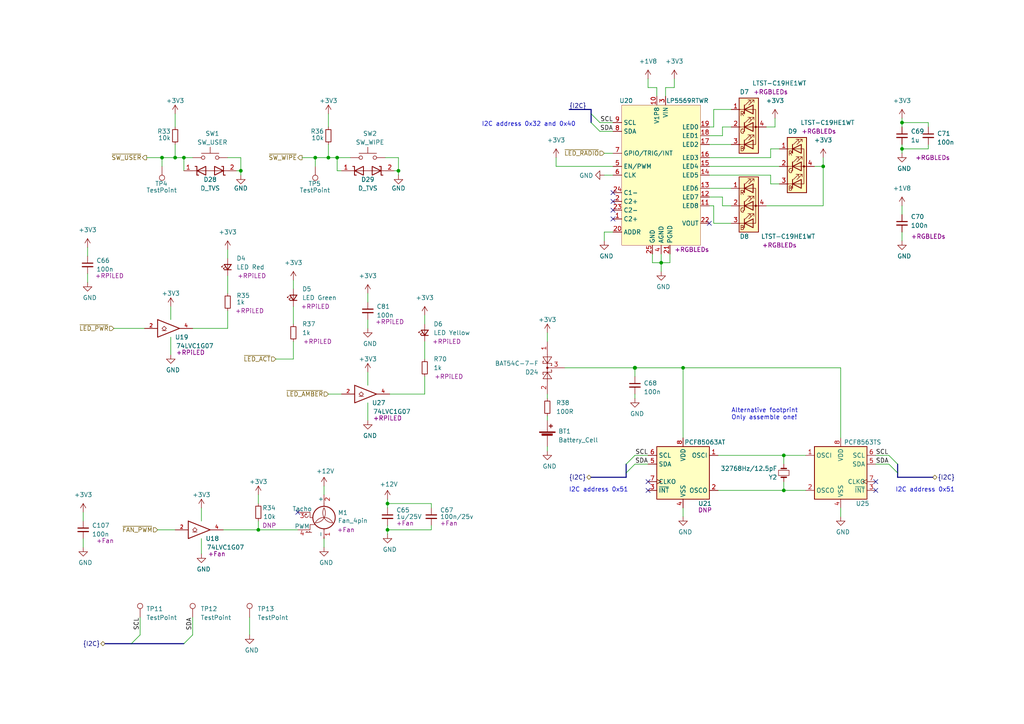
<source format=kicad_sch>
(kicad_sch (version 20211123) (generator eeschema)
  (paper "A4")
  (title_block (title "Control/RTC") (date "2021-08-30") (rev "proto1") (company "Nabu Casa") (comment 1 "www.nabucasa.com") (comment 2 "Yellow"))
  (lib_symbols
    (symbol "74xGxx:74LVC1G07" (pin_names (offset 1.016))
      (property "Reference" "U" (at -2.54 3.81 0))
      (property "Value" "74LVC1G07" (at 0 -3.81 0))
      (symbol "74LVC1G07_0_1"
        (polyline (pts (xy -2.54 -0.635) (xy -1.27 -0.635)))
        (polyline (pts (xy -3.81 2.54) (xy -3.81 -2.54) (xy 2.54 0) (xy -3.81 2.54)) (stroke (width 0.254)))
        (polyline (pts (xy -1.905 0.635) (xy -2.54 0) (xy -1.905 -0.635) (xy -1.27 0) (xy -1.905 0.635)))
      )
      (symbol "74LVC1G07_1_1"
        (pin input line (at -7.62 0 0) (length 3.81) (name "~") (number "2"))
        (pin power_in line (at 0 -2.54 270) (length 0) hide (name "GND") (number "3"))
        (pin open_collector line (at 6.35 0 180) (length 3.81) (name "~") (number "4"))
        (pin power_in line (at 0 2.54 90) (length 0) hide (name "VCC") (number "5"))
      )
    )
    (symbol "Connector:TestPoint" (pin_numbers hide) (pin_names (offset 0.762) hide)
      (property "Reference" "TP" (at 0 6.858 0))
      (property "Value" "TestPoint" (at 0 5.08 0))
      (symbol "TestPoint_0_1"
        (circle (center 0 3.302) (radius 0.762))
      )
      (symbol "TestPoint_1_1"
        (pin passive line (at 0 0 90) (length 2.54) (name "1") (number "1"))
      )
    )
    (symbol "Device:Battery_Cell" (pin_numbers hide) (pin_names (offset 0) hide)
      (property "Reference" "BT" (at 2.54 2.54 0))
      (property "Value" "Battery_Cell" (at 2.54 0 0))
      (symbol "Battery_Cell_0_1"
        (rectangle (start -2.286 1.778) (end 2.286 1.524) (fill (type outline)))
        (rectangle (start -1.5748 1.1938) (end 1.4732 0.6858) (fill (type outline)))
        (polyline (pts (xy 0 0.762) (xy 0 0)))
        (polyline (pts (xy 0 1.778) (xy 0 2.54)))
        (polyline (pts (xy 0.508 3.429) (xy 1.524 3.429)) (stroke (width 0.254)))
        (polyline (pts (xy 1.016 3.937) (xy 1.016 2.921)) (stroke (width 0.254)))
      )
      (symbol "Battery_Cell_1_1"
        (pin passive line (at 0 5.08 270) (length 2.54) (name "+") (number "1"))
        (pin passive line (at 0 -2.54 90) (length 2.54) (name "-") (number "2"))
      )
    )
    (symbol "Device:C_Small" (pin_numbers hide) (pin_names (offset 0.254) hide)
      (property "Reference" "C" (at 0.254 1.778 0))
      (property "Value" "C_Small" (at 0.254 -2.032 0))
      (symbol "C_Small_0_1"
        (polyline (pts (xy -1.524 -0.508) (xy 1.524 -0.508)) (stroke (width 0.3302)))
        (polyline (pts (xy -1.524 0.508) (xy 1.524 0.508)) (stroke (width 0.3048)))
      )
      (symbol "C_Small_1_1"
        (pin passive line (at 0 2.54 270) (length 2.032) (name "~") (number "1"))
        (pin passive line (at 0 -2.54 90) (length 2.032) (name "~") (number "2"))
      )
    )
    (symbol "Device:Crystal_Small" (pin_numbers hide) (pin_names (offset 1.016) hide)
      (property "Reference" "Y" (at 0 2.54 0))
      (property "Value" "Crystal_Small" (at 0 -2.54 0))
      (symbol "Crystal_Small_0_1"
        (rectangle (start -0.762 -1.524) (end 0.762 1.524))
        (polyline (pts (xy -1.27 -0.762) (xy -1.27 0.762)) (stroke (width 0.381)))
        (polyline (pts (xy 1.27 -0.762) (xy 1.27 0.762)) (stroke (width 0.381)))
      )
      (symbol "Crystal_Small_1_1"
        (pin passive line (at -2.54 0 0) (length 1.27) (name "1") (number "1"))
        (pin passive line (at 2.54 0 180) (length 1.27) (name "2") (number "2"))
      )
    )
    (symbol "Device:LED_RGBA" (pin_names (offset 0) hide)
      (property "Reference" "D" (at 0 9.398 0))
      (property "Value" "LED_RGBA" (at 0 -8.89 0))
      (symbol "LED_RGBA_0_0"
        (text "B" (at -1.905 -6.35 0) (effects (font (size 1.27 1.27))))
        (text "G" (at -1.905 -1.27 0) (effects (font (size 1.27 1.27))))
        (text "R" (at -1.905 3.81 0) (effects (font (size 1.27 1.27))))
      )
      (symbol "LED_RGBA_0_1"
        (polyline (pts (xy -1.27 -5.08) (xy -2.54 -5.08)))
        (polyline (pts (xy -1.27 -5.08) (xy 1.27 -5.08)))
        (polyline (pts (xy -1.27 -3.81) (xy -1.27 -6.35)) (stroke (width 0.254)))
        (polyline (pts (xy -1.27 0) (xy -2.54 0)))
        (polyline (pts (xy -1.27 1.27) (xy -1.27 -1.27)) (stroke (width 0.254)))
        (polyline (pts (xy -1.27 5.08) (xy -2.54 5.08)))
        (polyline (pts (xy -1.27 5.08) (xy 1.27 5.08)))
        (polyline (pts (xy -1.27 6.35) (xy -1.27 3.81)) (stroke (width 0.254)))
        (polyline (pts (xy 1.27 0) (xy -1.27 0)))
        (polyline (pts (xy 1.27 0) (xy 2.54 0)))
        (polyline (pts (xy -1.27 1.27) (xy -1.27 -1.27) (xy -1.27 -1.27)))
        (polyline (pts (xy -1.27 6.35) (xy -1.27 3.81) (xy -1.27 3.81)))
        (polyline (pts (xy 1.27 -5.08) (xy 2.032 -5.08) (xy 2.032 5.08) (xy 1.27 5.08)))
        (polyline (pts (xy 1.27 -3.81) (xy 1.27 -6.35) (xy -1.27 -5.08) (xy 1.27 -3.81)) (stroke (width 0.254)))
        (polyline (pts (xy 1.27 1.27) (xy 1.27 -1.27) (xy -1.27 0) (xy 1.27 1.27)) (stroke (width 0.254)))
        (polyline (pts (xy 1.27 6.35) (xy 1.27 3.81) (xy -1.27 5.08) (xy 1.27 6.35)) (stroke (width 0.254)))
        (polyline (pts (xy -1.016 -3.81) (xy 0.508 -2.286) (xy -0.254 -2.286) (xy 0.508 -2.286) (xy 0.508 -3.048)))
        (polyline (pts (xy -1.016 1.27) (xy 0.508 2.794) (xy -0.254 2.794) (xy 0.508 2.794) (xy 0.508 2.032)))
        (polyline (pts (xy -1.016 6.35) (xy 0.508 7.874) (xy -0.254 7.874) (xy 0.508 7.874) (xy 0.508 7.112)))
        (polyline (pts (xy 0 -3.81) (xy 1.524 -2.286) (xy 0.762 -2.286) (xy 1.524 -2.286) (xy 1.524 -3.048)))
        (polyline (pts (xy 0 1.27) (xy 1.524 2.794) (xy 0.762 2.794) (xy 1.524 2.794) (xy 1.524 2.032)))
        (polyline (pts (xy 0 6.35) (xy 1.524 7.874) (xy 0.762 7.874) (xy 1.524 7.874) (xy 1.524 7.112)))
        (rectangle (start 1.27 -1.27) (end 1.27 1.27))
        (rectangle (start 1.27 1.27) (end 1.27 1.27))
        (rectangle (start 1.27 3.81) (end 1.27 6.35))
        (rectangle (start 1.27 6.35) (end 1.27 6.35))
        (circle (center 2.032 0) (radius 0.254) (fill (type outline)))
        (rectangle (start 2.794 8.382) (end -2.794 -7.62) (stroke (width 0.254)) (fill (type background)))
      )
      (symbol "LED_RGBA_1_1"
        (pin passive line (at -5.08 5.08 0) (length 2.54) (name "RK") (number "1"))
        (pin passive line (at -5.08 0 0) (length 2.54) (name "GK") (number "2"))
        (pin passive line (at -5.08 -5.08 0) (length 2.54) (name "BK") (number "3"))
        (pin passive line (at 5.08 0 180) (length 2.54) (name "A") (number "4"))
      )
    )
    (symbol "Device:LED_Small" (pin_numbers hide) (pin_names (offset 0.254) hide)
      (property "Reference" "D" (at -1.27 3.175 0))
      (property "Value" "LED_Small" (at -4.445 -2.54 0))
      (symbol "LED_Small_0_1"
        (polyline (pts (xy -0.762 -1.016) (xy -0.762 1.016)) (stroke (width 0.254)))
        (polyline (pts (xy 1.016 0) (xy -0.762 0)))
        (polyline (pts (xy 0.762 -1.016) (xy -0.762 0) (xy 0.762 1.016) (xy 0.762 -1.016)) (stroke (width 0.254)))
        (polyline (pts (xy 0 0.762) (xy -0.508 1.27) (xy -0.254 1.27) (xy -0.508 1.27) (xy -0.508 1.016)))
        (polyline (pts (xy 0.508 1.27) (xy 0 1.778) (xy 0.254 1.778) (xy 0 1.778) (xy 0 1.524)))
      )
      (symbol "LED_Small_1_1"
        (pin passive line (at -2.54 0 0) (length 1.778) (name "K") (number "1"))
        (pin passive line (at 2.54 0 180) (length 1.778) (name "A") (number "2"))
      )
    )
    (symbol "Device:R_Small" (pin_numbers hide) (pin_names (offset 0.254) hide)
      (property "Reference" "R" (at 0.762 0.508 0))
      (property "Value" "R_Small" (at 0.762 -1.016 0))
      (symbol "R_Small_0_1"
        (rectangle (start -0.762 1.778) (end 0.762 -1.778) (stroke (width 0.2032)))
      )
      (symbol "R_Small_1_1"
        (pin passive line (at 0 2.54 270) (length 0.762) (name "~") (number "1"))
        (pin passive line (at 0 -2.54 90) (length 0.762) (name "~") (number "2"))
      )
    )
    (symbol "Diode:BAT54C" (pin_names (offset 1.016))
      (property "Reference" "D" (at 0.635 -3.81 0))
      (property "Value" "BAT54C" (at -6.35 3.175 0))
      (symbol "BAT54C_0_1"
        (polyline (pts (xy -1.905 0) (xy 1.905 0)))
        (polyline (pts (xy -1.905 1.27) (xy -1.905 1.016)))
        (polyline (pts (xy -1.27 -1.27) (xy -0.635 -1.27)))
        (polyline (pts (xy -1.27 0) (xy -3.81 0)))
        (polyline (pts (xy -1.27 1.27) (xy -1.905 1.27)))
        (polyline (pts (xy -1.27 1.27) (xy -1.27 -1.27)))
        (polyline (pts (xy -0.635 -1.27) (xy -0.635 -1.016)))
        (polyline (pts (xy 0.635 -1.27) (xy 0.635 -1.016)))
        (polyline (pts (xy 1.27 -1.27) (xy 0.635 -1.27)))
        (polyline (pts (xy 1.27 1.27) (xy 1.27 -1.27)))
        (polyline (pts (xy 1.27 1.27) (xy 1.905 1.27)))
        (polyline (pts (xy 1.905 1.27) (xy 1.905 1.016)))
        (polyline (pts (xy 3.81 0) (xy 1.27 0)))
        (polyline (pts (xy -3.175 -1.27) (xy -3.175 1.27) (xy -1.27 0) (xy -3.175 -1.27)))
        (polyline (pts (xy 3.175 -1.27) (xy 3.175 1.27) (xy 1.27 0) (xy 3.175 -1.27)))
        (circle (center 0 0) (radius 0.254) (fill (type outline)))
      )
      (symbol "BAT54C_1_1"
        (pin passive line (at -7.62 0 0) (length 3.81) (name "~") (number "1"))
        (pin passive line (at 7.62 0 180) (length 3.81) (name "~") (number "2"))
        (pin passive line (at 0 -5.08 90) (length 5.08) (name "~") (number "3"))
      )
    )
    (symbol "Motor:Fan_4pin" (pin_names (offset 0))
      (property "Reference" "M" (at 2.54 5.08 0))
      (property "Value" "Fan_4pin" (at 2.54 -2.54 0))
      (symbol "Fan_4pin_0_0"
        (arc (start -5.588 1.524) (mid -5.08 1.016) (end -4.572 1.524))
        (arc (start -5.08 2.032) (mid -5.4392 1.8832) (end -5.588 1.524))
        (polyline (pts (xy -5.08 2.032) (xy -5.334 2.159)))
        (polyline (pts (xy -5.08 2.032) (xy -5.207 1.778)))
        (polyline (pts (xy -4.064 2.54) (xy -4.064 1.016) (xy -3.302 1.016)))
      )
      (symbol "Fan_4pin_0_1"
        (arc (start -2.54 -0.508) (mid -0.0014 0.9048) (end 0 3.81))
        (polyline (pts (xy -4.064 2.54) (xy -5.08 2.54)))
        (polyline (pts (xy 0 -5.08) (xy 0 -4.572)))
        (polyline (pts (xy 0 -2.2352) (xy 0 -2.6416)))
        (polyline (pts (xy 0 4.2672) (xy 0 4.6228)))
        (polyline (pts (xy 0 4.572) (xy 0 5.08)))
        (polyline (pts (xy -2.54 -1.016) (xy -4.064 -1.016) (xy -4.064 -2.54) (xy -5.08 -2.54)))
        (polyline (pts (xy -5.334 -3.302) (xy -5.08 -3.302) (xy -5.08 -3.048) (xy -4.826 -3.048) (xy -4.826 -3.302) (xy -4.318 -3.302) (xy -4.318 -3.048) (xy -4.064 -3.048) (xy -4.064 -3.302) (xy -3.556 -3.302)))
        (circle (center 0 1.016) (radius 3.2512) (stroke (width 0.254)))
        (arc (start 0 3.81) (mid 0.0468 0.9315) (end 2.54 -0.508))
        (arc (start 2.54 -0.508) (mid 0 1.0618) (end -2.54 -0.508))
      )
      (symbol "Fan_4pin_1_1"
        (pin passive line (at 0 -5.08 90) (length 2.54) (name "-") (number "1"))
        (pin passive line (at 0 7.62 270) (length 2.54) (name "+") (number "2"))
        (pin passive line (at -7.62 2.54 0) (length 2.54) (name "Tacho") (number "3"))
        (pin input line (at -7.62 -2.54 0) (length 2.54) (name "PWM") (number "4"))
      )
    )
    (symbol "Switch:SW_Push" (pin_numbers hide) (pin_names (offset 1.016) hide)
      (property "Reference" "SW" (at 1.27 2.54 0))
      (property "Value" "SW_Push" (at 0 -1.524 0))
      (symbol "SW_Push_0_1"
        (circle (center -2.032 0) (radius 0.508))
        (polyline (pts (xy 0 1.27) (xy 0 3.048)))
        (polyline (pts (xy 2.54 1.27) (xy -2.54 1.27)))
        (circle (center 2.032 0) (radius 0.508))
        (pin passive line (at -5.08 0 0) (length 2.54) (name "1") (number "1"))
        (pin passive line (at 5.08 0 180) (length 2.54) (name "2") (number "2"))
      )
    )
    (symbol "Timer_RTC:PCF8563T"
      (property "Reference" "U" (at -7.62 8.89 0))
      (property "Value" "PCF8563T" (at 2.54 8.89 0))
      (symbol "PCF8563T_0_1"
        (rectangle (start -7.62 7.62) (end 7.62 -7.62) (stroke (width 0.254)) (fill (type background)))
      )
      (symbol "PCF8563T_1_1"
        (pin input line (at -10.16 5.08 0) (length 2.54) (name "OSCI") (number "1"))
        (pin output line (at -10.16 -5.08 0) (length 2.54) (name "OSCO") (number "2"))
        (pin output line (at 10.16 -5.08 180) (length 2.54) (name "~{INT}") (number "3"))
        (pin power_in line (at 0 -10.16 90) (length 2.54) (name "VSS") (number "4"))
        (pin bidirectional line (at 10.16 2.54 180) (length 2.54) (name "SDA") (number "5"))
        (pin input line (at 10.16 5.08 180) (length 2.54) (name "SCL") (number "6"))
        (pin output clock (at 10.16 -2.54 180) (length 2.54) (name "CLKO") (number "7"))
        (pin power_in line (at 0 10.16 270) (length 2.54) (name "VDD") (number "8"))
      )
    )
    (symbol "Timer_RTC:PCF8563TS"
      (property "Reference" "U" (at -7.62 8.89 0))
      (property "Value" "PCF8563TS" (at 2.54 8.89 0))
      (symbol "PCF8563TS_0_1"
        (rectangle (start -7.62 7.62) (end 7.62 -7.62) (stroke (width 0.254)) (fill (type background)))
      )
      (symbol "PCF8563TS_1_1"
        (pin input line (at -10.16 5.08 0) (length 2.54) (name "OSCI") (number "1"))
        (pin output line (at -10.16 -5.08 0) (length 2.54) (name "OSCO") (number "2"))
        (pin output line (at 10.16 -5.08 180) (length 2.54) (name "~{INT}") (number "3"))
        (pin power_in line (at 0 -10.16 90) (length 2.54) (name "VSS") (number "4"))
        (pin bidirectional line (at 10.16 2.54 180) (length 2.54) (name "SDA") (number "5"))
        (pin input line (at 10.16 5.08 180) (length 2.54) (name "SCL") (number "6"))
        (pin output clock (at 10.16 -2.54 180) (length 2.54) (name "CLKO") (number "7"))
        (pin power_in line (at 0 10.16 270) (length 2.54) (name "VDD") (number "8"))
      )
    )
    (symbol "Yellow:D_TVS_Reverse" (pin_names (offset 1.016) hide)
      (property "Reference" "D" (at 0 2.54 0))
      (property "Value" "D_TVS_Reverse" (at 0 -2.54 0))
      (symbol "D_TVS_Reverse_0_1"
        (polyline (pts (xy 5.08 0) (xy -5.08 0)))
        (polyline (pts (xy -4.3688 1.27) (xy -3.8608 1.27) (xy -3.8608 -1.27) (xy -3.3528 -1.27)) (stroke (width 0.254)))
        (polyline (pts (xy -3.81 0) (xy -1.27 1.27) (xy -1.27 -1.27) (xy -3.81 0)) (stroke (width 0.254)))
        (polyline (pts (xy 3.81 0) (xy 1.27 -1.27) (xy 1.27 1.27) (xy 3.81 0)) (stroke (width 0.254)))
        (polyline (pts (xy 4.3688 -1.27) (xy 3.8608 -1.27) (xy 3.8608 1.27) (xy 3.3528 1.27)) (stroke (width 0.254)))
      )
      (symbol "D_TVS_Reverse_1_1"
        (pin passive line (at -7.62 0 0) (length 2.54) (name "A1") (number "1"))
        (pin passive line (at 7.62 0 180) (length 2.54) (name "A2") (number "2"))
      )
    )
    (symbol "Yellow:LP5569"
      (property "Reference" "U" (at -10.16 21.59 0))
      (property "Value" "LP5569" (at 7.62 21.59 0))
      (symbol "LP5569_0_1"
        (rectangle (start -11.43 20.32) (end 11.43 -20.32) (stroke (width 0.0006)) (fill (type background)))
      )
      (symbol "LP5569_1_1"
        (pin input line (at -13.97 -12.7 0) (length 2.54) (name "C2+") (number "1"))
        (pin input line (at -1.27 22.86 270) (length 2.54) (name "V1P8") (number "10"))
        (pin output line (at 13.97 -8.89 180) (length 2.54) (name "LED8") (number "11"))
        (pin output line (at 13.97 -6.35 180) (length 2.54) (name "LED7") (number "12"))
        (pin output line (at 13.97 -3.81 180) (length 2.54) (name "LED6") (number "13"))
        (pin output line (at 13.97 0 180) (length 2.54) (name "LED5") (number "14"))
        (pin output line (at 13.97 2.54 180) (length 2.54) (name "LED4") (number "15"))
        (pin output line (at 13.97 5.08 180) (length 2.54) (name "LED3") (number "16"))
        (pin output line (at 13.97 8.89 180) (length 2.54) (name "LED2") (number "17"))
        (pin output line (at 13.97 11.43 180) (length 2.54) (name "LED1") (number "18"))
        (pin output line (at 13.97 13.97 180) (length 2.54) (name "LED0") (number "19"))
        (pin input line (at -13.97 -7.62 0) (length 2.54) (name "C2+") (number "2"))
        (pin input line (at -13.97 -16.51 0) (length 2.54) (name "ADDR") (number "20"))
        (pin input line (at 2.54 -22.86 90) (length 2.54) (name "PGND") (number "21"))
        (pin output line (at 13.97 -13.97 180) (length 2.54) (name "VOUT") (number "22"))
        (pin input line (at -13.97 -10.16 0) (length 2.54) (name "C2-") (number "23"))
        (pin input line (at -13.97 -5.08 0) (length 2.54) (name "C1-") (number "24"))
        (pin input line (at -2.54 -22.86 90) (length 2.54) (name "GND") (number "25"))
        (pin input line (at 1.27 22.86 270) (length 2.54) (name "VIN") (number "3"))
        (pin input line (at 0 -22.86 90) (length 2.54) (name "AGND") (number "4"))
        (pin input line (at -13.97 2.54 0) (length 2.54) (name "EN/PWM") (number "5"))
        (pin input line (at -13.97 0 0) (length 2.54) (name "CLK") (number "6"))
        (pin input line (at -13.97 6.35 0) (length 2.54) (name "GPIO/TRIG/INT") (number "7"))
        (pin bidirectional line (at -13.97 12.7 0) (length 2.54) (name "SDA") (number "8"))
        (pin input line (at -13.97 15.24 0) (length 2.54) (name "SCL") (number "9"))
      )
    )
    (symbol "power:+12V" (power) (pin_names (offset 0))
      (property "Value" "+12V" (at 0 3.556 0))
      (symbol "+12V_0_1"
        (polyline (pts (xy -0.762 1.27) (xy 0 2.54)))
        (polyline (pts (xy 0 0) (xy 0 2.54)))
        (polyline (pts (xy 0 2.54) (xy 0.762 1.27)))
      )
      (symbol "+12V_1_1"
        (pin power_in line (at 0 0 90) (length 0) hide (name "+12V") (number "1"))
      )
    )
    (symbol "power:+1V8" (power) (pin_names (offset 0))
      (property "Value" "+1V8" (at 0 3.556 0))
      (symbol "+1V8_0_1"
        (polyline (pts (xy -0.762 1.27) (xy 0 2.54)))
        (polyline (pts (xy 0 0) (xy 0 2.54)))
        (polyline (pts (xy 0 2.54) (xy 0.762 1.27)))
      )
      (symbol "+1V8_1_1"
        (pin power_in line (at 0 0 90) (length 0) hide (name "+1V8") (number "1"))
      )
    )
    (symbol "power:+3V3" (power) (pin_names (offset 0))
      (property "Value" "+3V3" (at 0 3.556 0))
      (symbol "+3V3_0_1"
        (polyline (pts (xy -0.762 1.27) (xy 0 2.54)))
        (polyline (pts (xy 0 0) (xy 0 2.54)))
        (polyline (pts (xy 0 2.54) (xy 0.762 1.27)))
      )
      (symbol "+3V3_1_1"
        (pin power_in line (at 0 0 90) (length 0) hide (name "+3V3") (number "1"))
      )
    )
    (symbol "power:GND" (power) (pin_names (offset 0))
      (property "Value" "GND" (at 0 -3.81 0))
      (symbol "GND_0_1"
        (polyline (pts (xy 0 0) (xy 0 -1.27) (xy 1.27 -1.27) (xy 0 -2.54) (xy -1.27 -1.27) (xy 0 -1.27)))
      )
      (symbol "GND_1_1"
        (pin power_in line (at 0 0 270) (length 0) hide (name "GND") (number "1"))
      )
    )
  )
  (junction (at 112.395 146.05) (diameter 0.9144))
  (junction (at 261.62 35.56) (diameter 0.9144))
  (junction (at 184.15 106.68) (diameter 1.016))
  (junction (at 53.34 45.72) (diameter 0.9144))
  (junction (at 74.93 153.67) (diameter 0.9144))
  (junction (at 261.62 43.18) (diameter 0.9144))
  (junction (at 191.77 76.2) (diameter 0.9144))
  (junction (at 95.25 45.72) (diameter 0.9144))
  (junction (at 238.76 48.26) (diameter 0.9144))
  (junction (at 115.57 49.53) (diameter 0.9144))
  (junction (at 227.33 132.08) (diameter 0.9144))
  (junction (at 91.44 45.72) (diameter 0.9144))
  (junction (at 69.85 49.53) (diameter 0.9144))
  (junction (at 97.79 45.72) (diameter 0.9144))
  (junction (at 46.99 45.72) (diameter 0.9144))
  (junction (at 50.8 45.72) (diameter 0.9144))
  (junction (at 227.33 142.24) (diameter 0.9144))
  (junction (at 198.12 106.68) (diameter 0.9144))
  (junction (at 112.395 153.67) (diameter 0.9144))
  (no_connect (at 177.8 58.42))
  (no_connect (at 86.36 148.59))
  (no_connect (at 187.96 139.7))
  (no_connect (at 254 142.24))
  (no_connect (at 205.74 64.77))
  (no_connect (at 177.8 63.5))
  (no_connect (at 254 139.7))
  (no_connect (at 177.8 60.96))
  (no_connect (at 187.96 142.24))
  (no_connect (at 177.8 55.88))
  (bus_entry (at 53.34 186.69) (size 2.54 -2.54) (stroke (width 0.1524)))
  (bus_entry (at 38.1 186.69) (size 2.54 -2.54) (stroke (width 0.1524)))
  (bus_entry (at 260.35 137.16) (size -2.54 -2.54) (stroke (width 0.1524)))
  (bus_entry (at 181.61 137.16) (size 2.54 -2.54) (stroke (width 0.1524)))
  (bus_entry (at 171.45 35.56) (size 2.54 2.54) (stroke (width 0.1524)))
  (bus_entry (at 171.45 33.02) (size 2.54 2.54) (stroke (width 0.1524)))
  (bus_entry (at 260.35 134.62) (size -2.54 -2.54) (stroke (width 0.1524)))
  (bus_entry (at 181.61 134.62) (size 2.54 -2.54) (stroke (width 0.1524)))
  (wire (pts (xy 97.79 45.72) (xy 101.6 45.72)))
  (wire (pts (xy 64.77 153.67) (xy 74.93 153.67)))
  (wire (pts (xy 191.77 76.2) (xy 194.31 76.2)))
  (wire (pts (xy 50.8 41.91) (xy 50.8 45.72)))
  (wire (pts (xy 205.74 54.61) (xy 212.09 54.61)))
  (wire (pts (xy 125.095 147.32) (xy 125.095 146.05)))
  (wire (pts (xy 191.77 76.2) (xy 191.77 78.74)))
  (bus (pts (xy 171.45 31.75) (xy 171.45 33.02)))
  (bus (pts (xy 171.45 33.02) (xy 171.45 35.56)))
  (wire (pts (xy 223.52 45.72) (xy 223.52 43.18)))
  (wire (pts (xy 95.25 36.83) (xy 95.25 33.02)))
  (wire (pts (xy 175.26 44.45) (xy 177.8 44.45)))
  (wire (pts (xy 187.96 25.4) (xy 190.5 25.4)))
  (wire (pts (xy 187.96 22.86) (xy 187.96 25.4)))
  (wire (pts (xy 93.98 156.21) (xy 93.98 158.75)))
  (bus (pts (xy 38.1 186.69) (xy 53.34 186.69)))
  (bus (pts (xy 30.48 186.69) (xy 38.1 186.69)))
  (wire (pts (xy 184.15 106.68) (xy 184.15 109.22)))
  (wire (pts (xy 236.22 48.26) (xy 238.76 48.26)))
  (wire (pts (xy 74.93 153.67) (xy 86.36 153.67)))
  (wire (pts (xy 205.74 45.72) (xy 223.52 45.72)))
  (wire (pts (xy 112.395 153.67) (xy 112.395 154.94)))
  (wire (pts (xy 125.095 152.4) (xy 125.095 153.67)))
  (wire (pts (xy 261.62 43.18) (xy 269.24 43.18)))
  (wire (pts (xy 177.8 38.1) (xy 173.99 38.1)))
  (wire (pts (xy 243.84 106.68) (xy 198.12 106.68)))
  (wire (pts (xy 243.84 127) (xy 243.84 106.68)))
  (wire (pts (xy 93.98 140.97) (xy 93.98 143.51)))
  (wire (pts (xy 106.68 116.84) (xy 106.68 121.92)))
  (wire (pts (xy 72.39 179.07) (xy 72.39 184.15)))
  (wire (pts (xy 113.03 114.3) (xy 123.19 114.3)))
  (wire (pts (xy 205.74 50.8) (xy 223.52 50.8)))
  (wire (pts (xy 187.96 134.62) (xy 184.15 134.62)))
  (wire (pts (xy 184.15 114.3) (xy 184.15 115.57)))
  (wire (pts (xy 163.83 106.68) (xy 184.15 106.68)))
  (wire (pts (xy 123.19 91.44) (xy 123.19 93.98)))
  (wire (pts (xy 224.79 34.29) (xy 224.79 36.83)))
  (wire (pts (xy 261.62 34.29) (xy 261.62 35.56)))
  (wire (pts (xy 161.29 48.26) (xy 177.8 48.26)))
  (wire (pts (xy 158.75 96.52) (xy 158.75 99.06)))
  (wire (pts (xy 112.395 152.4) (xy 112.395 153.67)))
  (wire (pts (xy 175.26 67.31) (xy 177.8 67.31)))
  (bus (pts (xy 260.35 138.43) (xy 270.51 138.43)))
  (wire (pts (xy 111.76 45.72) (xy 115.57 45.72)))
  (wire (pts (xy 46.99 45.72) (xy 46.99 48.26)))
  (wire (pts (xy 50.8 36.83) (xy 50.8 33.02)))
  (wire (pts (xy 261.62 67.31) (xy 261.62 69.85)))
  (wire (pts (xy 191.77 73.66) (xy 191.77 76.2)))
  (wire (pts (xy 158.75 129.54) (xy 158.75 130.81)))
  (wire (pts (xy 190.5 25.4) (xy 190.5 27.94)))
  (wire (pts (xy 97.79 49.53) (xy 99.06 49.53)))
  (wire (pts (xy 112.395 146.05) (xy 112.395 147.32)))
  (wire (pts (xy 42.545 45.72) (xy 46.99 45.72)))
  (wire (pts (xy 80.01 104.14) (xy 85.09 104.14)))
  (wire (pts (xy 161.29 45.72) (xy 161.29 48.26)))
  (wire (pts (xy 95.25 41.91) (xy 95.25 45.72)))
  (wire (pts (xy 184.15 106.68) (xy 198.12 106.68)))
  (wire (pts (xy 66.04 95.25) (xy 66.04 90.17)))
  (wire (pts (xy 25.4 79.375) (xy 25.4 81.915)))
  (wire (pts (xy 205.74 48.26) (xy 226.06 48.26)))
  (bus (pts (xy 165.1 31.75) (xy 171.45 31.75)))
  (wire (pts (xy 106.68 92.71) (xy 106.68 95.25)))
  (wire (pts (xy 45.72 153.67) (xy 50.8 153.67)))
  (wire (pts (xy 158.75 120.65) (xy 158.75 121.92)))
  (wire (pts (xy 207.01 59.69) (xy 207.01 64.77)))
  (wire (pts (xy 209.55 36.83) (xy 212.09 36.83)))
  (wire (pts (xy 194.31 76.2) (xy 194.31 73.66)))
  (wire (pts (xy 175.26 50.8) (xy 177.8 50.8)))
  (wire (pts (xy 53.34 45.72) (xy 53.34 49.53)))
  (wire (pts (xy 50.8 45.72) (xy 53.34 45.72)))
  (wire (pts (xy 53.34 45.72) (xy 55.88 45.72)))
  (wire (pts (xy 269.24 41.91) (xy 269.24 43.18)))
  (wire (pts (xy 24.13 156.21) (xy 24.13 158.75)))
  (wire (pts (xy 123.19 99.06) (xy 123.19 104.14)))
  (wire (pts (xy 261.62 59.69) (xy 261.62 62.23)))
  (wire (pts (xy 74.93 146.05) (xy 74.93 143.51)))
  (wire (pts (xy 66.04 72.39) (xy 66.04 74.93)))
  (wire (pts (xy 223.52 50.8) (xy 223.52 53.34)))
  (bus (pts (xy 260.35 134.62) (xy 260.35 137.16)))
  (bus (pts (xy 260.35 137.16) (xy 260.35 138.43)))
  (wire (pts (xy 106.68 107.95) (xy 106.68 111.76)))
  (bus (pts (xy 181.61 138.43) (xy 171.45 138.43)))
  (bus (pts (xy 181.61 134.62) (xy 181.61 137.16)))
  (bus (pts (xy 181.61 137.16) (xy 181.61 138.43)))
  (wire (pts (xy 227.33 132.08) (xy 233.68 132.08)))
  (wire (pts (xy 208.28 132.08) (xy 227.33 132.08)))
  (wire (pts (xy 187.96 132.08) (xy 184.15 132.08)))
  (wire (pts (xy 189.23 76.2) (xy 191.77 76.2)))
  (wire (pts (xy 222.25 59.69) (xy 238.76 59.69)))
  (wire (pts (xy 269.24 36.83) (xy 269.24 35.56)))
  (wire (pts (xy 243.84 147.32) (xy 243.84 149.86)))
  (wire (pts (xy 207.01 31.75) (xy 212.09 31.75)))
  (wire (pts (xy 97.79 49.53) (xy 97.79 45.72)))
  (wire (pts (xy 114.3 49.53) (xy 115.57 49.53)))
  (wire (pts (xy 85.09 99.06) (xy 85.09 104.14)))
  (wire (pts (xy 175.26 69.85) (xy 175.26 67.31)))
  (wire (pts (xy 205.74 57.15) (xy 209.55 57.15)))
  (wire (pts (xy 58.42 156.21) (xy 58.42 160.655)))
  (wire (pts (xy 207.01 64.77) (xy 212.09 64.77)))
  (wire (pts (xy 207.01 36.83) (xy 207.01 31.75)))
  (wire (pts (xy 112.395 146.05) (xy 125.095 146.05)))
  (wire (pts (xy 55.88 179.07) (xy 55.88 184.15)))
  (wire (pts (xy 25.4 71.755) (xy 25.4 74.295)))
  (wire (pts (xy 74.93 151.13) (xy 74.93 153.67)))
  (wire (pts (xy 261.62 43.18) (xy 261.62 44.45)))
  (wire (pts (xy 46.99 45.72) (xy 50.8 45.72)))
  (wire (pts (xy 222.25 36.83) (xy 224.79 36.83)))
  (wire (pts (xy 106.68 85.09) (xy 106.68 87.63)))
  (wire (pts (xy 227.33 139.7) (xy 227.33 142.24)))
  (wire (pts (xy 227.33 142.24) (xy 233.68 142.24)))
  (wire (pts (xy 208.28 142.24) (xy 227.33 142.24)))
  (wire (pts (xy 269.24 35.56) (xy 261.62 35.56)))
  (wire (pts (xy 205.74 41.91) (xy 212.09 41.91)))
  (wire (pts (xy 112.395 144.78) (xy 112.395 146.05)))
  (wire (pts (xy 205.74 39.37) (xy 209.55 39.37)))
  (wire (pts (xy 205.74 59.69) (xy 207.01 59.69)))
  (wire (pts (xy 261.62 41.91) (xy 261.62 43.18)))
  (wire (pts (xy 209.55 59.69) (xy 212.09 59.69)))
  (wire (pts (xy 33.02 95.25) (xy 41.91 95.25)))
  (wire (pts (xy 238.76 48.26) (xy 238.76 45.72)))
  (wire (pts (xy 58.42 147.32) (xy 58.42 151.13)))
  (wire (pts (xy 254 134.62) (xy 257.81 134.62)))
  (wire (pts (xy 195.58 22.86) (xy 195.58 25.4)))
  (wire (pts (xy 254 132.08) (xy 257.81 132.08)))
  (wire (pts (xy 66.04 80.01) (xy 66.04 85.09)))
  (wire (pts (xy 91.44 45.72) (xy 91.44 48.26)))
  (wire (pts (xy 205.74 36.83) (xy 207.01 36.83)))
  (wire (pts (xy 227.33 134.62) (xy 227.33 132.08)))
  (wire (pts (xy 91.44 45.72) (xy 95.25 45.72)))
  (wire (pts (xy 95.25 45.72) (xy 97.79 45.72)))
  (wire (pts (xy 87.63 45.72) (xy 91.44 45.72)))
  (wire (pts (xy 198.12 147.32) (xy 198.12 149.86)))
  (wire (pts (xy 158.75 114.3) (xy 158.75 115.57)))
  (wire (pts (xy 261.62 35.56) (xy 261.62 36.83)))
  (wire (pts (xy 85.09 81.28) (xy 85.09 83.82)))
  (wire (pts (xy 40.64 179.07) (xy 40.64 184.15)))
  (wire (pts (xy 223.52 53.34) (xy 226.06 53.34)))
  (wire (pts (xy 209.55 39.37) (xy 209.55 36.83)))
  (wire (pts (xy 69.85 45.72) (xy 69.85 49.53)))
  (wire (pts (xy 66.04 45.72) (xy 69.85 45.72)))
  (wire (pts (xy 69.85 49.53) (xy 69.85 50.8)))
  (wire (pts (xy 112.395 153.67) (xy 125.095 153.67)))
  (wire (pts (xy 223.52 43.18) (xy 226.06 43.18)))
  (wire (pts (xy 209.55 57.15) (xy 209.55 59.69)))
  (wire (pts (xy 123.19 109.22) (xy 123.19 114.3)))
  (wire (pts (xy 189.23 73.66) (xy 189.23 76.2)))
  (wire (pts (xy 49.53 97.79) (xy 49.53 102.87)))
  (wire (pts (xy 115.57 45.72) (xy 115.57 49.53)))
  (wire (pts (xy 115.57 49.53) (xy 115.57 50.8)))
  (wire (pts (xy 85.09 88.9) (xy 85.09 93.98)))
  (wire (pts (xy 55.88 95.25) (xy 66.04 95.25)))
  (wire (pts (xy 238.76 59.69) (xy 238.76 48.26)))
  (wire (pts (xy 24.13 148.59) (xy 24.13 151.13)))
  (wire (pts (xy 195.58 25.4) (xy 193.04 25.4)))
  (wire (pts (xy 49.53 88.9) (xy 49.53 92.71)))
  (wire (pts (xy 198.12 106.68) (xy 198.12 127)))
  (wire (pts (xy 193.04 25.4) (xy 193.04 27.94)))
  (wire (pts (xy 177.8 35.56) (xy 173.99 35.56)))
  (wire (pts (xy 95.25 114.3) (xy 99.06 114.3)))
  (wire (pts (xy 68.58 49.53) (xy 69.85 49.53)))
  (text "I2C address 0x32 and 0x40" (at 139.7 36.83 0) (effects (font (size 1.27 1.27)) (justify left bottom)))
  (text "I2C address 0x51" (at 182.245 142.875 180) (effects (font (size 1.27 1.27)) (justify right bottom)))
  (text "Alternative footprint\nOnly assemble one!" (at 212.09 121.92 0) (effects (font (size 1.27 1.27)) (justify left bottom)))
  (text "I2C address 0x51" (at 259.715 142.875 0) (effects (font (size 1.27 1.27)) (justify left bottom)))
  (label "SCL" (at 254 132.08 0))
  (label "SCL" (at 187.96 132.08 180))
  (label "SDA" (at 254 134.62 0))
  (label "SCL" (at 40.64 179.07 270))
  (label "SDA" (at 55.88 179.07 270))
  (label "SCL" (at 177.8 35.56 180))
  (label "SDA" (at 177.8 38.1 180))
  (label "{I2C}" (at 165.1 31.75 0))
  (label "SDA" (at 187.96 134.62 180))
  (hierarchical_label "{I2C}" (shape bidirectional) (at 30.48 186.69 180))
  (hierarchical_label "~{LED_RADIO}" (shape input) (at 175.26 44.45 180))
  (hierarchical_label "~{SW_USER}" (shape output) (at 42.545 45.72 180))
  (hierarchical_label "~{SW_WIPE}" (shape output) (at 87.63 45.72 180))
  (hierarchical_label "~{LED_ACT}" (shape input) (at 80.01 104.14 180))
  (hierarchical_label "~{LED_AMBER}" (shape input) (at 95.25 114.3 180))
  (hierarchical_label "~{FAN_PWM}" (shape input) (at 45.72 153.67 180))
  (hierarchical_label "~{LED_PWR}" (shape input) (at 33.02 95.25 180))
  (hierarchical_label "{I2C}" (shape bidirectional) (at 171.45 138.43 180))
  (hierarchical_label "{I2C}" (shape bidirectional) (at 270.51 138.43 0))
  (symbol (lib_id "power:+3V3") (at 66.04 72.39 0) (unit 1)
    (property "Reference" "#PWR0121" (effects hide))
    (property "Value" "+3V3" (at 66.04 67.31 0))
  )
  (symbol (lib_id "power:GND") (at 24.13 158.75 0) (unit 1)
    (property "Reference" "#PWR0196" (effects hide))
    (property "Value" "GND" (at 24.765 163.195 0))
  )
  (symbol (lib_id "Connector:TestPoint") (at 72.39 179.07 0) (unit 1) (in_bom no)
    (property "Reference" "TP13" (at 74.676 176.5934 0) (effects (justify left)))
    (property "Value" "TestPoint" (at 74.676 179.1334 0) (effects (justify left)))
    (property "Footprint" "TestPoint:TestPoint_Pad_D1.0mm" (effects hide))
  )
  (symbol (lib_id "Switch:SW_Push") (at 60.96 45.72 0) (unit 1)
    (property "Reference" "SW1" (at 61.595 38.735 0))
    (property "Value" "SW_USER" (at 61.595 41.275 0))
    (property "Footprint" "Button_Switch_THT:SW_Tactile_SPST_Angled_PTS645Vx83-2LFS" (effects hide))
    (property "Manufacturer" "C&K" (effects hide))
    (property "PartNumber" "PTS645VM83-2 LFS" (effects hide))
  )
  (symbol (lib_id "Device:C_Small") (at 261.62 39.37 0) (unit 1)
    (property "Reference" "C69" (at 264.16 38.1 0) (effects (justify left)))
    (property "Value" "1u" (at 264.16 40.64 0) (effects (justify left)))
    (property "Footprint" "Capacitor_SMD:C_0402_1005Metric" (effects hide))
    (property "Config" "+RGBLEDs" (at 270.51 45.72 0))
  )
  (symbol (lib_id "power:GND") (at 69.85 50.8 0) (unit 1)
    (property "Reference" "#PWR0119" (effects hide))
    (property "Value" "GND" (at 69.85 54.61 0))
  )
  (symbol (lib_id "power:+1V8") (at 261.62 59.69 0) (unit 1)
    (property "Reference" "#PWR0145" (effects hide))
    (property "Value" "+1V8" (at 261.62 54.61 0))
  )
  (symbol (lib_id "Yellow:D_TVS_Reverse") (at 106.68 49.53 0) (unit 1)
    (property "Reference" "D29" (at 106.68 52.07 0))
    (property "Value" "D_TVS" (at 106.68 54.61 0))
    (property "Footprint" "Diode_SMD:D_0402_1005Metric" (effects hide))
    (property "Manufacturer" "Texas Instruments" (effects hide))
    (property "PartNumber" "TPD1E10B09QDPYRQ1" (effects hide))
  )
  (symbol (lib_id "power:GND") (at 115.57 50.8 0) (unit 1)
    (property "Reference" "#PWR0125" (effects hide))
    (property "Value" "GND" (at 115.57 54.61 0))
  )
  (symbol (lib_id "74xGxx:74LVC1G07") (at 49.53 95.25 0) (unit 1)
    (property "Reference" "U19" (at 52.705 97.79 0))
    (property "Value" "74LVC1G07" (at 56.515 100.33 0))
    (property "Footprint" "Package_TO_SOT_SMD:SOT-23-5" (effects hide))
    (property "Datasheet" "https://www.ti.com/lit/sg/scyt129g/scyt129g.pdf" (effects hide))
    (property "Manufacturer" "Texas Instruments" (effects hide))
    (property "PartNumber" "SN74LVC1G07DBV" (effects hide))
    (property "Config" "+RPiLED" (at 55.245 102.235 0))
  )
  (symbol (lib_id "Timer_RTC:PCF8563T") (at 198.12 137.16 0) (mirror y) (unit 1)
    (property "Reference" "U21" (at 204.47 146.05 0))
    (property "Value" "PCF85063AT" (at 204.47 128.27 0))
    (property "Footprint" "Package_SO:SOIC-8_3.9x4.9mm_P1.27mm" (effects hide))
    (property "Datasheet" "https://www.nxp.com/docs/en/data-sheet/PCF85063A.pdf" (effects hide))
    (property "Manufacturer" "NXP USA" (effects hide))
    (property "PartNumber" "PCF85063AT/AY" (effects hide))
    (property "Config" "DNP" (at 204.47 147.955 0))
  )
  (symbol (lib_id "power:+3V3") (at 106.68 85.09 0) (unit 1)
    (property "Reference" "#PWR0167" (effects hide))
    (property "Value" "+3V3" (at 106.68 80.01 0))
  )
  (symbol (lib_id "Device:LED_Small") (at 123.19 96.52 90) (unit 1)
    (property "Reference" "D6" (at 125.73 93.98 90) (effects (justify right)))
    (property "Value" "LED Yellow" (at 125.73 96.52 90) (effects (justify right)))
    (property "Footprint" "LED_SMD:LED_0603_1608Metric" (effects hide))
    (property "Datasheet" "https://datasheet.lcsc.com/lcsc/1810101813_Everlight-Elec-19-213-Y2C-CQ2R2L-3T-CY_C72038.pdf" (effects hide))
    (property "Manufacturer" "Everlight Elec" (effects hide))
    (property "PartNumber" "19-213/Y2C-CQ2R2L/3T(CY)" (effects hide))
    (property "Config" "+RPiLED" (at 129.54 99.06 90))
  )
  (symbol (lib_id "Diode:BAT54C") (at 158.75 106.68 90) (mirror x) (unit 1)
    (property "Reference" "D24" (at 156.21 107.95 90) (effects (justify left)))
    (property "Value" "BAT54C-7-F" (at 156.21 105.41 90) (effects (justify left)))
    (property "Footprint" "Package_TO_SOT_SMD:SOT-23" (effects hide))
    (property "Datasheet" "http://www.diodes.com/_files/datasheets/ds11005.pdf" (effects hide))
    (property "Manufacturer" "Diodes Incorporated" (effects hide))
    (property "PartNumber" "BAT54C-7-F" (effects hide))
  )
  (symbol (lib_id "Connector:TestPoint") (at 55.88 179.07 0) (unit 1) (in_bom no)
    (property "Reference" "TP12" (at 58.166 176.5934 0) (effects (justify left)))
    (property "Value" "TestPoint" (at 58.166 179.1334 0) (effects (justify left)))
    (property "Footprint" "TestPoint:TestPoint_Pad_D1.0mm" (effects hide))
  )
  (symbol (lib_id "Device:C_Small") (at 261.62 64.77 0) (unit 1)
    (property "Reference" "C70" (at 264.16 62.865 0) (effects (justify left)))
    (property "Value" "100n" (at 264.16 65.405 0) (effects (justify left)))
    (property "Footprint" "Capacitor_SMD:C_0402_1005Metric" (effects hide))
    (property "Config" "+RGBLEDs" (at 269.24 68.58 0))
  )
  (symbol (lib_id "Device:R_Small") (at 95.25 39.37 180) (unit 1)
    (property "Reference" "R36" (at 93.98 38.1 0) (effects (justify left)))
    (property "Value" "10k" (at 93.98 40.005 0) (effects (justify left)))
    (property "Footprint" "Resistor_SMD:R_0402_1005Metric" (effects hide))
  )
  (symbol (lib_id "power:GND") (at 25.4 81.915 0) (unit 1)
    (property "Reference" "#PWR0130" (effects hide))
    (property "Value" "GND" (at 26.035 86.36 0))
  )
  (symbol (lib_id "Device:C_Small") (at 184.15 111.76 0) (unit 1)
    (property "Reference" "C68" (at 186.69 111.125 0) (effects (justify left)))
    (property "Value" "100n" (at 186.69 113.665 0) (effects (justify left)))
    (property "Footprint" "Capacitor_SMD:C_0402_1005Metric" (effects hide))
  )
  (symbol (lib_id "power:+1V8") (at 187.96 22.86 0) (unit 1)
    (property "Reference" "#PWR0134" (effects hide))
    (property "Value" "+1V8" (at 187.96 17.78 0))
  )
  (symbol (lib_id "power:+3V3") (at 58.42 147.32 0) (unit 1)
    (property "Reference" "#PWR0115" (effects hide))
    (property "Value" "+3V3" (at 58.42 143.51 0))
  )
  (symbol (lib_id "power:+3V3") (at 161.29 45.72 0) (unit 1)
    (property "Reference" "#PWR0131" (effects hide))
    (property "Value" "+3V3" (at 161.29 40.64 0))
  )
  (symbol (lib_id "power:+3V3") (at 158.75 96.52 0) (unit 1)
    (property "Reference" "#PWR0136" (effects hide))
    (property "Value" "+3V3" (at 158.75 92.71 0))
  )
  (symbol (lib_id "power:GND") (at 106.68 121.92 0) (unit 1)
    (property "Reference" "#PWR0215" (effects hide))
    (property "Value" "GND" (at 107.315 126.365 0))
  )
  (symbol (lib_id "Device:R_Small") (at 158.75 118.11 0) (unit 1)
    (property "Reference" "R38" (at 161.29 116.84 0) (effects (justify left)))
    (property "Value" "100R" (at 161.29 119.38 0) (effects (justify left)))
    (property "Footprint" "Resistor_SMD:R_0402_1005Metric" (effects hide))
  )
  (symbol (lib_id "Device:C_Small") (at 25.4 76.835 0) (unit 1)
    (property "Reference" "C66" (at 27.94 75.565 0) (effects (justify left)))
    (property "Value" "100n" (at 27.94 78.105 0) (effects (justify left)))
    (property "Footprint" "Capacitor_SMD:C_0402_1005Metric" (effects hide))
    (property "Config" "+RPiLED" (at 31.75 80.01 0))
  )
  (symbol (lib_id "Device:LED_Small") (at 85.09 86.36 90) (unit 1)
    (property "Reference" "D5" (at 87.63 83.82 90) (effects (justify right)))
    (property "Value" "LED Green" (at 87.63 86.36 90) (effects (justify right)))
    (property "Footprint" "LED_SMD:LED_0603_1608Metric" (effects hide))
    (property "Datasheet" "https://datasheet.lcsc.com/lcsc/1811101510_Everlight-Elec-19-217-GHC-YR1S2-3T_C72043.pdf" (effects hide))
    (property "Manufacturer" "Everlight Elec" (effects hide))
    (property "PartNumber" "19-217/GHC-YR1S2/3T" (effects hide))
    (property "Config" "+RPiLED" (at 91.44 88.9 90))
  )
  (symbol (lib_id "power:GND") (at 191.77 78.74 0) (unit 1)
    (property "Reference" "#PWR0135" (effects hide))
    (property "Value" "GND" (at 192.405 83.185 0))
  )
  (symbol (lib_id "Device:R_Small") (at 85.09 96.52 0) (unit 1)
    (property "Reference" "R37" (at 87.63 93.98 0) (effects (justify left)))
    (property "Value" "1k" (at 87.63 96.52 0) (effects (justify left)))
    (property "Footprint" "Resistor_SMD:R_0402_1005Metric" (effects hide))
    (property "Config" "+RPiLED" (at 92.075 99.06 0))
  )
  (symbol (lib_id "Switch:SW_Push") (at 106.68 45.72 0) (unit 1)
    (property "Reference" "SW2" (at 107.315 38.735 0))
    (property "Value" "SW_WIPE" (at 107.315 41.275 0))
    (property "Footprint" "Button_Switch_THT:SW_Tactile_SPST_Angled_PTS645Vx58-2LFS" (effects hide))
    (property "Manufacturer" "C&K" (effects hide))
    (property "PartNumber" "PTS645VK58-2 LFS" (effects hide))
  )
  (symbol (lib_id "Device:C_Small") (at 269.24 39.37 0) (unit 1)
    (property "Reference" "C71" (at 271.78 38.735 0) (effects (justify left)))
    (property "Value" "100n" (at 271.78 41.275 0) (effects (justify left)))
    (property "Footprint" "Capacitor_SMD:C_0402_1005Metric" (effects hide))
    (property "Config" "+RGBLEDs" (effects hide))
  )
  (symbol (lib_id "Device:LED_RGBA") (at 217.17 36.83 0) (unit 1)
    (property "Reference" "D7" (at 215.9 26.67 0))
    (property "Value" "LTST-C19HE1WT" (at 226.06 24.13 0))
    (property "Footprint" "LED_SMD:LED_LiteOn_LTST-C19HE1WT" (effects hide))
    (property "Datasheet" "https://www.mouser.ch/datasheet/2/678/SMB-KTF0-0A306-DS100_2017-09-15-1279410.pdf" (effects hide))
    (property "Manufacturer" "Lite-On" (effects hide))
    (property "PartNumber" "C19HE1WT" (effects hide))
    (property "Config" "+RGBLEDs" (at 223.52 26.67 0))
  )
  (symbol (lib_id "power:+3V3") (at 238.76 45.72 0) (unit 1)
    (property "Reference" "#PWR0142" (effects hide))
    (property "Value" "+3V3" (at 238.76 40.64 0))
  )
  (symbol (lib_id "Device:C_Small") (at 112.395 149.86 0) (unit 1)
    (property "Reference" "C65" (at 114.935 147.955 0) (effects (justify left)))
    (property "Value" "1u/25V" (at 114.935 149.86 0) (effects (justify left)))
    (property "Footprint" "Capacitor_SMD:C_0402_1005Metric" (effects hide))
    (property "Config" "+Fan" (at 117.475 151.765 0))
  )
  (symbol (lib_id "Device:C_Small") (at 106.68 90.17 0) (unit 1)
    (property "Reference" "C81" (at 109.22 88.9 0) (effects (justify left)))
    (property "Value" "100n" (at 109.22 91.44 0) (effects (justify left)))
    (property "Footprint" "Capacitor_SMD:C_0402_1005Metric" (effects hide))
    (property "Config" "+RPiLED" (at 113.03 93.345 0))
  )
  (symbol (lib_id "Yellow:D_TVS_Reverse") (at 60.96 49.53 0) (unit 1)
    (property "Reference" "D28" (at 60.96 52.07 0))
    (property "Value" "D_TVS" (at 60.96 54.61 0))
    (property "Footprint" "Diode_SMD:D_0402_1005Metric" (effects hide))
    (property "Manufacturer" "Texas Instruments" (effects hide))
    (property "PartNumber" "TPD1E10B09QDPYRQ1" (effects hide))
  )
  (symbol (lib_id "power:+12V") (at 93.98 140.97 0) (unit 1)
    (property "Reference" "#PWR0123" (effects hide))
    (property "Value" "+12V" (at 94.3483 136.6456 0))
  )
  (symbol (lib_id "power:+3V3") (at 261.62 34.29 0) (unit 1)
    (property "Reference" "#PWR0143" (effects hide))
    (property "Value" "+3V3" (at 261.62 29.21 0))
  )
  (symbol (lib_id "power:GND") (at 243.84 149.86 0) (unit 1)
    (property "Reference" "#PWR0203" (effects hide))
    (property "Value" "GND" (at 244.475 154.305 0))
  )
  (symbol (lib_id "Connector:TestPoint") (at 40.64 179.07 0) (unit 1) (in_bom no)
    (property "Reference" "TP11" (at 42.418 176.5934 0) (effects (justify left)))
    (property "Value" "TestPoint" (at 42.418 179.1334 0) (effects (justify left)))
    (property "Footprint" "TestPoint:TestPoint_Pad_D1.0mm" (effects hide))
  )
  (symbol (lib_id "power:GND") (at 175.26 50.8 270) (unit 1)
    (property "Reference" "#PWR0132" (effects hide))
    (property "Value" "GND" (at 172.085 50.9143 90) (effects (justify right)))
  )
  (symbol (lib_id "power:+3V3") (at 74.93 143.51 0) (unit 1)
    (property "Reference" "#PWR0120" (effects hide))
    (property "Value" "+3V3" (at 74.93 139.7 0))
  )
  (symbol (lib_id "Device:Battery_Cell") (at 158.75 127 0) (unit 1)
    (property "Reference" "BT1" (at 161.925 125.095 0) (effects (justify left)))
    (property "Value" "Battery_Cell" (at 161.925 127.635 0) (effects (justify left)))
    (property "Footprint" "Battery:BatteryHolder_Keystone_1060_1x2032" (effects hide))
    (property "Manufacturer" "Keystone" (effects hide))
    (property "PartNumber" "1060" (effects hide))
  )
  (symbol (lib_id "Device:C_Small") (at 24.13 153.67 0) (unit 1)
    (property "Reference" "C107" (at 26.67 152.4 0) (effects (justify left)))
    (property "Value" "100n" (at 26.67 154.94 0) (effects (justify left)))
    (property "Footprint" "Capacitor_SMD:C_0402_1005Metric" (effects hide))
    (property "Config" "+Fan" (at 30.48 156.845 0))
  )
  (symbol (lib_id "power:+12V") (at 112.395 144.78 0) (unit 1)
    (property "Reference" "#PWR0126" (effects hide))
    (property "Value" "+12V" (at 112.7633 140.4556 0))
  )
  (symbol (lib_id "power:GND") (at 106.68 95.25 0) (unit 1)
    (property "Reference" "#PWR0168" (effects hide))
    (property "Value" "GND" (at 107.315 99.695 0))
  )
  (symbol (lib_id "Device:LED_RGBA") (at 231.14 48.26 0) (unit 1)
    (property "Reference" "D9" (at 229.87 38.1 0))
    (property "Value" "LTST-C19HE1WT" (at 240.03 35.56 0))
    (property "Footprint" "LED_SMD:LED_LiteOn_LTST-C19HE1WT" (effects hide))
    (property "Datasheet" "https://www.mouser.ch/datasheet/2/678/SMB-KTF0-0A306-DS100_2017-09-15-1279410.pdf" (effects hide))
    (property "Manufacturer" "Lite-On" (effects hide))
    (property "PartNumber" "C19HE1WT" (effects hide))
    (property "Config" "+RGBLEDs" (at 237.49 38.1 0))
  )
  (symbol (lib_id "power:+3V3") (at 123.19 91.44 0) (unit 1)
    (property "Reference" "#PWR0204" (effects hide))
    (property "Value" "+3V3" (at 123.19 86.36 0))
  )
  (symbol (lib_id "74xGxx:74LVC1G07") (at 58.42 153.67 0) (unit 1)
    (property "Reference" "U18" (at 61.595 156.21 0))
    (property "Value" "74LVC1G07" (at 65.405 158.75 0))
    (property "Footprint" "Package_TO_SOT_SMD:SOT-23-5" (effects hide))
    (property "Datasheet" "https://www.ti.com/lit/sg/scyt129g/scyt129g.pdf" (effects hide))
    (property "Manufacturer" "Texas Instruments" (effects hide))
    (property "PartNumber" "SN74LVC1G07DBV" (effects hide))
    (property "Config" "+Fan" (at 62.865 160.655 0))
  )
  (symbol (lib_id "Device:R_Small") (at 74.93 148.59 180) (unit 1)
    (property "Reference" "R34" (at 80.01 147.32 0) (effects (justify left)))
    (property "Value" "10k" (at 80.01 149.86 0) (effects (justify left)))
    (property "Footprint" "Resistor_SMD:R_0402_1005Metric" (effects hide))
    (property "Config" "DNP" (at 78.105 152.4 0))
  )
  (symbol (lib_id "Device:LED_Small") (at 66.04 77.47 90) (unit 1)
    (property "Reference" "D4" (at 68.58 74.93 90) (effects (justify right)))
    (property "Value" "LED Red" (at 68.58 77.47 90) (effects (justify right)))
    (property "Footprint" "LED_SMD:LED_0603_1608Metric" (effects hide))
    (property "Datasheet" "https://datasheet.lcsc.com/lcsc/1811101510_Everlight-Elec-19-217-R6C-AL1M2VY-3T_C72044.pdf" (effects hide))
    (property "Manufacturer" "Everlight Elec" (effects hide))
    (property "PartNumber" "19-217/R6C-AL1M2VY/3T" (effects hide))
    (property "Config" "+RPiLED" (at 73.025 80.01 90))
  )
  (symbol (lib_id "power:+3V3") (at 85.09 81.28 0) (unit 1)
    (property "Reference" "#PWR0128" (effects hide))
    (property "Value" "+3V3" (at 85.09 76.2 0))
  )
  (symbol (lib_id "Device:R_Small") (at 50.8 39.37 180) (unit 1)
    (property "Reference" "R33" (at 49.53 38.1 0) (effects (justify left)))
    (property "Value" "10k" (at 49.53 40.005 0) (effects (justify left)))
    (property "Footprint" "Resistor_SMD:R_0402_1005Metric" (effects hide))
  )
  (symbol (lib_id "power:+3V3") (at 49.53 88.9 0) (unit 1)
    (property "Reference" "#PWR0117" (effects hide))
    (property "Value" "+3V3" (at 49.53 85.09 0))
  )
  (symbol (lib_id "power:GND") (at 175.26 69.85 0) (unit 1)
    (property "Reference" "#PWR0133" (effects hide))
    (property "Value" "GND" (at 175.895 74.295 0))
  )
  (symbol (lib_id "Motor:Fan_4pin") (at 93.98 151.13 0) (unit 1)
    (property "Reference" "M1" (at 97.9933 148.7106 0) (effects (justify left)))
    (property "Value" "Fan_4pin" (at 97.9933 151.0093 0) (effects (justify left)))
    (property "Footprint" "Connector:FanPinHeader_1x04_P2.54mm_Vertical" (effects hide))
    (property "Datasheet" "http://www.formfactors.org/developer%5Cspecs%5Crev1_2_public.pdf" (effects hide))
    (property "Manufacturer" "Molex" (effects hide))
    (property "PartNumber" "47053-1000" (effects hide))
    (property "Config" "+Fan" (at 100.33 153.67 0))
  )
  (symbol (lib_id "power:+3V3") (at 195.58 22.86 0) (unit 1)
    (property "Reference" "#PWR0138" (effects hide))
    (property "Value" "+3V3" (at 195.58 17.78 0))
  )
  (symbol (lib_id "power:GND") (at 261.62 44.45 0) (unit 1)
    (property "Reference" "#PWR0144" (effects hide))
    (property "Value" "GND" (at 262.255 48.895 0))
  )
  (symbol (lib_id "power:+3V3") (at 106.68 107.95 0) (unit 1)
    (property "Reference" "#PWR0214" (effects hide))
    (property "Value" "+3V3" (at 106.68 104.14 0))
  )
  (symbol (lib_id "Connector:TestPoint") (at 91.44 48.26 180) (unit 1) (in_bom no)
    (property "Reference" "TP5" (at 89.408 53.2764 0) (effects (justify right)))
    (property "Value" "TestPoint" (at 86.868 55.1814 0) (effects (justify right)))
    (property "Footprint" "TestPoint:TestPoint_Pad_D1.0mm" (effects hide))
  )
  (symbol (lib_id "Device:C_Small") (at 125.095 149.86 0) (unit 1)
    (property "Reference" "C67" (at 127.635 147.955 0) (effects (justify left)))
    (property "Value" "100n/25v" (at 127.635 149.86 0) (effects (justify left)))
    (property "Footprint" "Capacitor_SMD:C_0402_1005Metric" (effects hide))
    (property "Config" "+Fan" (at 130.175 151.765 0))
  )
  (symbol (lib_id "74xGxx:74LVC1G07") (at 106.68 114.3 0) (unit 1)
    (property "Reference" "U27" (at 109.855 116.84 0))
    (property "Value" "74LVC1G07" (at 113.665 119.38 0))
    (property "Footprint" "Package_TO_SOT_SMD:SOT-23-5" (effects hide))
    (property "Datasheet" "https://www.ti.com/lit/sg/scyt129g/scyt129g.pdf" (effects hide))
    (property "Manufacturer" "Texas Instruments" (effects hide))
    (property "PartNumber" "SN74LVC1G07DBV" (effects hide))
    (property "Config" "+RPiLED" (at 112.395 121.285 0))
  )
  (symbol (lib_id "power:+3V3") (at 25.4 71.755 0) (unit 1)
    (property "Reference" "#PWR0129" (effects hide))
    (property "Value" "+3V3" (at 25.4 66.675 0))
  )
  (symbol (lib_id "power:GND") (at 184.15 115.57 0) (unit 1)
    (property "Reference" "#PWR0139" (effects hide))
    (property "Value" "GND" (at 184.785 120.015 0))
  )
  (symbol (lib_id "power:+3V3") (at 50.8 33.02 0) (unit 1)
    (property "Reference" "#PWR0114" (effects hide))
    (property "Value" "+3V3" (at 50.8 29.21 0))
  )
  (symbol (lib_id "power:GND") (at 93.98 158.75 0) (unit 1)
    (property "Reference" "#PWR0124" (effects hide))
    (property "Value" "GND" (at 94.615 163.195 0))
  )
  (symbol (lib_id "Device:R_Small") (at 66.04 87.63 0) (unit 1)
    (property "Reference" "R35" (at 68.58 85.725 0) (effects (justify left)))
    (property "Value" "1k" (at 68.58 87.63 0) (effects (justify left)))
    (property "Footprint" "Resistor_SMD:R_0402_1005Metric" (effects hide))
    (property "Config" "+RPiLED" (at 72.39 90.17 0))
  )
  (symbol (lib_id "Connector:TestPoint") (at 46.99 48.26 180) (unit 1) (in_bom no)
    (property "Reference" "TP4" (at 44.958 53.2764 0) (effects (justify right)))
    (property "Value" "TestPoint" (at 42.418 55.1814 0) (effects (justify right)))
    (property "Footprint" "TestPoint:TestPoint_Pad_D1.0mm" (effects hide))
  )
  (symbol (lib_id "power:GND") (at 261.62 69.85 0) (unit 1)
    (property "Reference" "#PWR0146" (effects hide))
    (property "Value" "GND" (at 262.255 74.295 0))
  )
  (symbol (lib_id "power:+3V3") (at 224.79 34.29 0) (unit 1)
    (property "Reference" "#PWR0140" (effects hide))
    (property "Value" "+3V3" (at 224.79 29.21 0))
  )
  (symbol (lib_id "Device:LED_RGBA") (at 217.17 59.69 0) (unit 1)
    (property "Reference" "D8" (at 215.9 68.58 0))
    (property "Value" "LTST-C19HE1WT" (at 228.6 68.58 0))
    (property "Footprint" "LED_SMD:LED_LiteOn_LTST-C19HE1WT" (effects hide))
    (property "Datasheet" "https://www.mouser.ch/datasheet/2/678/SMB-KTF0-0A306-DS100_2017-09-15-1279410.pdf" (effects hide))
    (property "Manufacturer" "Lite-On" (effects hide))
    (property "PartNumber" "C19HE1WT" (effects hide))
    (property "Config" "+RGBLEDs" (at 226.06 71.12 0))
  )
  (symbol (lib_id "Yellow:LP5569") (at 191.77 50.8 0) (unit 1)
    (property "Reference" "U20" (at 181.61 29.21 0))
    (property "Value" "LP5569RTWR" (at 199.39 29.21 0))
    (property "Footprint" "Package_DFN_QFN:WQFN-24-1EP_4x4mm_P0.5mm_EP2.45x2.45mm" (effects hide))
    (property "Datasheet" "https://www.ti.com/lit/ds/symlink/lp5569.pdf" (effects hide))
    (property "Manufacturer" "Texas Instruments" (effects hide))
    (property "PartNumber" "LP5569RTWR" (effects hide))
    (property "Config" "+RGBLEDs" (at 200.66 72.39 0))
  )
  (symbol (lib_id "Device:Crystal_Small") (at 227.33 137.16 270) (unit 1)
    (property "Reference" "Y2" (at 225.425 138.43 90) (effects (justify right)))
    (property "Value" "32768Hz{slash}12.5pF" (at 225.425 135.89 90) (effects (justify right)))
    (property "Footprint" "Crystal:Crystal_SMD_3215-2Pin_3.2x1.5mm" (effects hide))
    (property "Manufacturer" "Yangxing Tech" (effects hide))
    (property "PartNumber" "X321532768KGD2SI" (effects hide))
  )
  (symbol (lib_id "power:+3V3") (at 95.25 33.02 0) (unit 1)
    (property "Reference" "#PWR0122" (effects hide))
    (property "Value" "+3V3" (at 95.25 29.21 0))
  )
  (symbol (lib_id "power:GND") (at 49.53 102.87 0) (unit 1)
    (property "Reference" "#PWR0118" (effects hide))
    (property "Value" "GND" (at 50.165 107.315 0))
  )
  (symbol (lib_id "power:GND") (at 58.42 160.655 0) (unit 1)
    (property "Reference" "#PWR0116" (effects hide))
    (property "Value" "GND" (at 59.055 165.1 0))
  )
  (symbol (lib_id "power:+3V3") (at 24.13 148.59 0) (unit 1)
    (property "Reference" "#PWR027" (effects hide))
    (property "Value" "+3V3" (at 24.13 143.51 0))
  )
  (symbol (lib_id "power:GND") (at 198.12 149.86 0) (unit 1)
    (property "Reference" "#PWR0141" (effects hide))
    (property "Value" "GND" (at 198.755 154.305 0))
  )
  (symbol (lib_id "Timer_RTC:PCF8563TS") (at 243.84 137.16 0) (unit 1)
    (property "Reference" "U25" (at 250.19 146.05 0))
    (property "Value" "PCF8563TS" (at 250.19 128.27 0))
    (property "Footprint" "Package_SO:MSOP-8_3x3mm_P0.65mm" (effects hide))
    (property "Datasheet" "https://www.nxp.com/docs/en/data-sheet/PCF85063A.pdf" (effects hide))
    (property "Manufacturer" "NXP USA" (effects hide))
    (property "PartNumber" "PCF85063ATT/AJ" (effects hide))
  )
  (symbol (lib_id "power:GND") (at 72.39 184.15 0) (unit 1)
    (property "Reference" "#PWR0213" (effects hide))
    (property "Value" "GND" (at 73.025 188.595 0))
  )
  (symbol (lib_id "power:GND") (at 158.75 130.81 0) (unit 1)
    (property "Reference" "#PWR0137" (effects hide))
    (property "Value" "GND" (at 159.385 135.255 0))
  )
  (symbol (lib_id "power:GND") (at 112.395 154.94 0) (unit 1)
    (property "Reference" "#PWR0127" (effects hide))
    (property "Value" "GND" (at 113.03 159.385 0))
  )
  (symbol (lib_id "Device:R_Small") (at 123.19 106.68 0) (unit 1)
    (property "Reference" "R70" (at 125.73 104.14 0) (effects (justify left)))
    (property "Value" "1k" (at 125.73 106.68 0) (effects (justify left)))
    (property "Footprint" "Resistor_SMD:R_0402_1005Metric" (effects hide))
    (property "Config" "+RPiLED" (at 130.175 109.22 0))
  )
)
</source>
